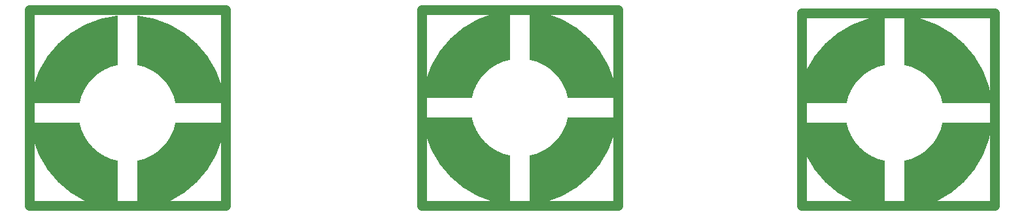
<source format=gbr>
G04 Test handling of unit changes within a RS274X file *
G04 Handcoded by Julian Lamb *
%MOIN*%
%FSLAX33Y23*%
G04 Aperture 10 should be in Inches *
%ADD10C,0.050*%
%MOMM*%
G04 Aperture 11 should be in MMs *
%ADD11C,1.250*%
G04 Aperture 12 should be in MMs *
%AMTHERMAL*
7,0,0,25.4,12.7,2.54,0*%
%MOIN*%
G04 Aperture 13 is in inches *
%AMTHERMALTWO*
7,0,0,1,0.5,0.1,0*%
%MOMM*%
%ADD12THERMAL*%
%MOIN*%
%ADD13THERMALTWO*%

%MOIN*%
G04 Box 1, using aperture 10*
X0Y0D02*
G54D10*
X0Y0D01*
X1000D01*
Y1000D01*
X0D01*
Y0D01*

G04 Box 2, using aperture 11*
X2000Y0D02*
G54D11*
X2000Y0D01*
X3000D01*
Y1000D01*
X2000D01*
Y0D01*

%MOMM*%
G04 Box 3, using aperture 10*
X100000Y0D02*
G54D10*
X100000Y0D01*
X125000D01*
Y25000D01*
X100000D01*
Y0D01*

G04 Draw Thermal in box 1*
G54D12*
Y12000X12700D03*

G04 Draw Thermal in box 2*
G04 ..switch to inches for coordinates*
G70*
Y500X2500D02*
G54D12*
Y500X2500D03*

G04 ..switch to mms for coordinates*
G71*
G04 Draw Thermal in box 3*
G54D13*
Y12000X112000D03*

M02*

</source>
